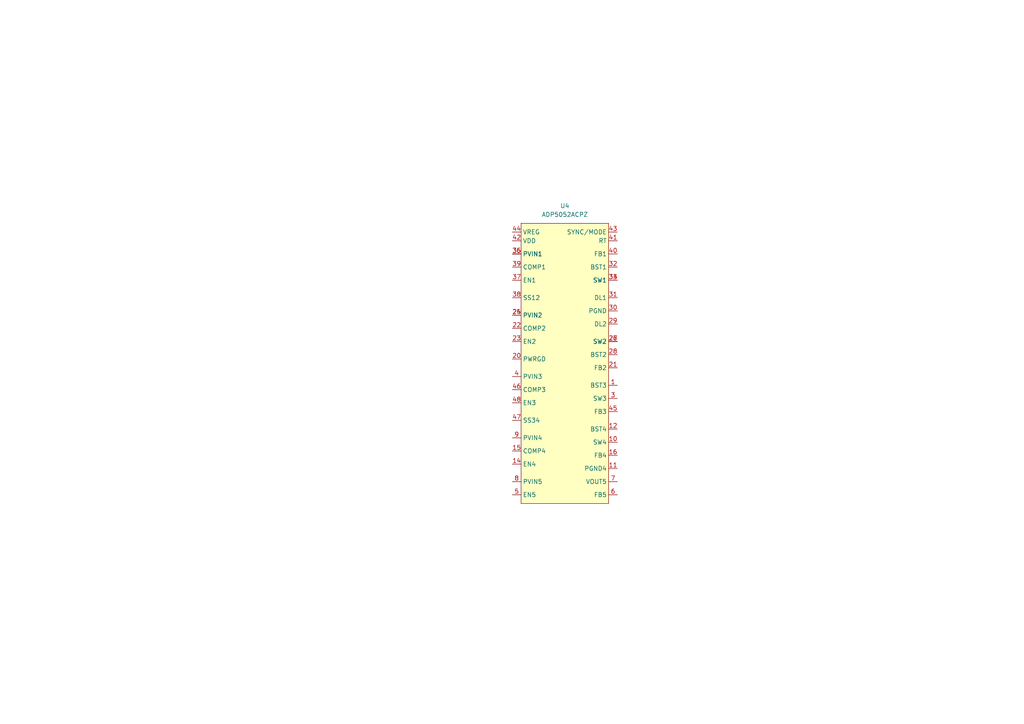
<source format=kicad_sch>
(kicad_sch (version 20231120) (generator "eeschema") (generator_version "8.0")
  (paper "A4")
  (lib_symbols
    (symbol "Device:C_Polarized_Small" (pin_numbers hide) (pin_names (offset 0.254) hide)
      (property "Reference" "C" (at 0.254 1.778 0))
      (property "Value" "C_Polarized_Small" (at 0.254 -2.032 0))
      (symbol "C_Polarized_Small_0_1"
        (rectangle (start -1.524 -0.3048) (end 1.524 -0.6858) (fill (type outline)))
        (rectangle (start -1.524 0.6858) (end 1.524 0.3048))
        (polyline (pts (xy -1.27 1.524) (xy -0.762 1.524)))
        (polyline (pts (xy -1.016 1.27) (xy -1.016 1.778)))
      )
      (symbol "C_Polarized_Small_1_1"
        (pin passive line (at 0 2.54 270) (length 1.8542) (name "~") (number "1"))
        (pin passive line (at 0 -2.54 90) (length 1.8542) (name "~") (number "2"))
      )
    )
    (symbol "Device:C_Small" (pin_numbers hide) (pin_names (offset 0.254) hide)
      (property "Reference" "C" (at 0.254 1.778 0))
      (property "Value" "C_Small" (at 0.254 -2.032 0))
      (symbol "C_Small_0_1"
        (polyline (pts (xy -1.524 -0.508) (xy 1.524 -0.508)) (stroke (width 0.3302)))
        (polyline (pts (xy -1.524 0.508) (xy 1.524 0.508)) (stroke (width 0.3048)))
      )
      (symbol "C_Small_1_1"
        (pin passive line (at 0 2.54 270) (length 2.032) (name "~") (number "1"))
        (pin passive line (at 0 -2.54 90) (length 2.032) (name "~") (number "2"))
      )
    )
    (symbol "Device:FerriteBead_Small" (pin_numbers hide) (pin_names (offset 0))
      (property "Reference" "FB" (at 1.905 1.27 0))
      (property "Value" "FerriteBead_Small" (at 1.905 -1.27 0))
      (symbol "FerriteBead_Small_0_1"
        (polyline (pts (xy 0 -1.27) (xy 0 -0.7874)))
        (polyline (pts (xy 0 0.889) (xy 0 1.2954)))
        (polyline (pts (xy -1.8288 0.2794) (xy -1.1176 1.4986) (xy 1.8288 -0.2032) (xy 1.1176 -1.4224) (xy -1.8288 0.2794)))
      )
      (symbol "FerriteBead_Small_1_1"
        (pin passive line (at 0 2.54 270) (length 1.27) (name "~") (number "1"))
        (pin passive line (at 0 -2.54 90) (length 1.27) (name "~") (number "2"))
      )
    )
    (symbol "Device:R_Small" (pin_numbers hide) (pin_names (offset 0.254) hide)
      (property "Reference" "R" (at 0.762 0.508 0))
      (property "Value" "R_Small" (at 0.762 -1.016 0))
      (symbol "R_Small_0_1"
        (rectangle (start -0.762 1.778) (end 0.762 -1.778) (stroke (width 0.2032)))
      )
      (symbol "R_Small_1_1"
        (pin passive line (at 0 2.54 270) (length 0.762) (name "~") (number "1"))
        (pin passive line (at 0 -2.54 90) (length 0.762) (name "~") (number "2"))
      )
    )
    (symbol "otter:ADP5052ACPZ"
      (property "Reference" "U" (at -11.684 41.656 0))
      (property "Value" "ADP5052ACPZ" (at 5.842 41.656 0))
      (symbol "ADP5052ACPZ_1_1"
        (rectangle (start -12.7 40.64) (end 12.7 -40.64) (fill (type background)))
        (pin bidirectional line (at 15.24 -6.35 180) (length 2.54) (name "BST3") (number "1"))
        (pin power_out line (at 15.24 -22.86 180) (length 2.54) (name "SW4") (number "10"))
        (pin power_in line (at 15.24 -30.48 180) (length 2.54) (name "PGND4") (number "11"))
        (pin bidirectional line (at 15.24 -19.05 180) (length 2.54) (name "BST4") (number "12"))
        (pin power_in line (at 15.24 -30.48 180) (length 2.54) hide (name "PAD") (number "13"))
        (pin input line (at -15.24 -29.21 0) (length 2.54) (name "EN4") (number "14"))
        (pin bidirectional line (at -15.24 -25.4 0) (length 2.54) (name "COMP4") (number "15"))
        (pin input line (at 15.24 -26.67 180) (length 2.54) (name "FB4") (number "16"))
        (pin power_in line (at 15.24 -30.48 180) (length 2.54) hide (name "GND") (number "17"))
        (pin power_in line (at 15.24 -30.48 180) (length 2.54) hide (name "GND") (number "18"))
        (pin power_in line (at 15.24 -30.48 180) (length 2.54) hide (name "GND") (number "19"))
        (pin power_in line (at 15.24 -30.48 180) (length 2.54) hide (name "PGND3") (number "2"))
        (pin power_out line (at -15.24 1.27 0) (length 2.54) (name "PWRGD") (number "20"))
        (pin input line (at 15.24 -1.27 180) (length 2.54) (name "FB2") (number "21"))
        (pin bidirectional line (at -15.24 10.16 0) (length 2.54) (name "COMP2") (number "22"))
        (pin input line (at -15.24 6.35 0) (length 2.54) (name "EN2") (number "23"))
        (pin power_in line (at -15.24 13.97 0) (length 2.54) (name "PVIN2") (number "24"))
        (pin power_in line (at -15.24 13.97 0) (length 2.54) (name "PVIN2") (number "25"))
        (pin power_out line (at 15.24 6.35 180) (length 2.54) (name "SW2") (number "26"))
        (pin power_out line (at 15.24 6.35 180) (length 2.54) (name "SW2") (number "27"))
        (pin bidirectional line (at 15.24 2.54 180) (length 2.54) (name "BST2") (number "28"))
        (pin output line (at 15.24 11.43 180) (length 2.54) (name "DL2") (number "29"))
        (pin power_out line (at 15.24 -10.16 180) (length 2.54) (name "SW3") (number "3"))
        (pin power_in line (at 15.24 15.24 180) (length 2.54) (name "PGND") (number "30"))
        (pin output line (at 15.24 19.05 180) (length 2.54) (name "DL1") (number "31"))
        (pin bidirectional line (at 15.24 27.94 180) (length 2.54) (name "BST1") (number "32"))
        (pin power_out line (at 15.24 24.13 180) (length 2.54) (name "SW1") (number "33"))
        (pin power_out line (at 15.24 24.13 180) (length 2.54) (name "SW1") (number "34"))
        (pin input line (at -15.24 31.75 0) (length 2.54) (name "PVIN1") (number "35"))
        (pin power_in line (at -15.24 31.75 0) (length 2.54) (name "PVIN1") (number "36"))
        (pin input line (at -15.24 24.13 0) (length 2.54) (name "EN1") (number "37"))
        (pin power_out line (at -15.24 19.05 0) (length 2.54) (name "SS12") (number "38"))
        (pin bidirectional line (at -15.24 27.94 0) (length 2.54) (name "COMP1") (number "39"))
        (pin power_in line (at -15.24 -3.81 0) (length 2.54) (name "PVIN3") (number "4"))
        (pin input line (at 15.24 31.75 180) (length 2.54) (name "FB1") (number "40"))
        (pin passive line (at 15.24 35.56 180) (length 2.54) (name "RT") (number "41"))
        (pin power_out line (at -15.24 35.56 0) (length 2.54) (name "VDD") (number "42"))
        (pin bidirectional line (at 15.24 38.1 180) (length 2.54) (name "SYNC/MODE") (number "43"))
        (pin power_out line (at -15.24 38.1 0) (length 2.54) (name "VREG") (number "44"))
        (pin input line (at 15.24 -13.97 180) (length 2.54) (name "FB3") (number "45"))
        (pin bidirectional line (at -15.24 -7.62 0) (length 2.54) (name "COMP3") (number "46"))
        (pin power_out line (at -15.24 -16.51 0) (length 2.54) (name "SS34") (number "47"))
        (pin input line (at -15.24 -11.43 0) (length 2.54) (name "EN3") (number "48"))
        (pin power_in line (at 15.24 -30.48 180) (length 2.54) hide (name "PAD") (number "49"))
        (pin input line (at -15.24 -38.1 0) (length 2.54) (name "EN5") (number "5"))
        (pin input line (at 15.24 -38.1 180) (length 2.54) (name "FB5") (number "6"))
        (pin power_out line (at 15.24 -34.29 180) (length 2.54) (name "VOUT5") (number "7"))
        (pin power_in line (at -15.24 -34.29 0) (length 2.54) (name "PVIN5") (number "8"))
        (pin power_in line (at -15.24 -21.59 0) (length 2.54) (name "PVIN4") (number "9"))
      )
    )
    (symbol "power:+1V0" (power) (pin_numbers hide) (pin_names (offset 0) hide)
      (property "Value" "+1V0" (at 0 3.556 0))
      (symbol "+1V0_0_1"
        (polyline (pts (xy -0.762 1.27) (xy 0 2.54)))
        (polyline (pts (xy 0 0) (xy 0 2.54)))
        (polyline (pts (xy 0 2.54) (xy 0.762 1.27)))
      )
      (symbol "+1V0_1_1"
        (pin power_in line (at 0 0 90) (length 0) (name "~") (number "1"))
      )
    )
    (symbol "power:+1V2" (power) (pin_numbers hide) (pin_names (offset 0) hide)
      (property "Value" "+1V2" (at 0 3.556 0))
      (symbol "+1V2_0_1"
        (polyline (pts (xy -0.762 1.27) (xy 0 2.54)))
        (polyline (pts (xy 0 0) (xy 0 2.54)))
        (polyline (pts (xy 0 2.54) (xy 0.762 1.27)))
      )
      (symbol "+1V2_1_1"
        (pin power_in line (at 0 0 90) (length 0) (name "~") (number "1"))
      )
    )
    (symbol "power:+1V35" (power) (pin_numbers hide) (pin_names (offset 0) hide)
      (property "Value" "+1V35" (at 0 3.556 0))
      (symbol "+1V35_0_1"
        (polyline (pts (xy -0.762 1.27) (xy 0 2.54)))
        (polyline (pts (xy 0 0) (xy 0 2.54)))
        (polyline (pts (xy 0 2.54) (xy 0.762 1.27)))
      )
      (symbol "+1V35_1_1"
        (pin power_in line (at 0 0 90) (length 0) (name "~") (number "1"))
      )
    )
    (symbol "power:+1V8" (power) (pin_numbers hide) (pin_names (offset 0) hide)
      (property "Value" "+1V8" (at 0 3.556 0))
      (symbol "+1V8_0_1"
        (polyline (pts (xy -0.762 1.27) (xy 0 2.54)))
        (polyline (pts (xy 0 0) (xy 0 2.54)))
        (polyline (pts (xy 0 2.54) (xy 0.762 1.27)))
      )
      (symbol "+1V8_1_1"
        (pin power_in line (at 0 0 90) (length 0) (name "~") (number "1"))
      )
    )
    (symbol "power:+3V3" (power) (pin_numbers hide) (pin_names (offset 0) hide)
      (property "Value" "+3V3" (at 0 3.556 0))
      (symbol "+3V3_0_1"
        (polyline (pts (xy -0.762 1.27) (xy 0 2.54)))
        (polyline (pts (xy 0 0) (xy 0 2.54)))
        (polyline (pts (xy 0 2.54) (xy 0.762 1.27)))
      )
      (symbol "+3V3_1_1"
        (pin power_in line (at 0 0 90) (length 0) (name "~") (number "1"))
      )
    )
    (symbol "power:+5V" (power) (pin_numbers hide) (pin_names (offset 0) hide)
      (property "Value" "+5V" (at 0 3.556 0))
      (symbol "+5V_0_1"
        (polyline (pts (xy -0.762 1.27) (xy 0 2.54)))
        (polyline (pts (xy 0 0) (xy 0 2.54)))
        (polyline (pts (xy 0 2.54) (xy 0.762 1.27)))
      )
      (symbol "+5V_1_1"
        (pin power_in line (at 0 0 90) (length 0) (name "~") (number "1"))
      )
    )
    (symbol "power:VBUS" (power) (pin_numbers hide) (pin_names (offset 0) hide)
      (property "Value" "VBUS" (at 0 3.556 0))
      (symbol "VBUS_0_1"
        (polyline (pts (xy -0.762 1.27) (xy 0 2.54)))
        (polyline (pts (xy 0 0) (xy 0 2.54)))
        (polyline (pts (xy 0 2.54) (xy 0.762 1.27)))
      )
      (symbol "VBUS_1_1"
        (pin power_in line (at 0 0 90) (length 0) (name "~") (number "1"))
      )
    )
  )
  (symbol (lib_id "Device:R_Small") (at 46.99 -10.16 0) (unit 1)
    (property "Reference" "R55" (at 49.53 -11.4301 0) (effects (justify left)))
    (property "Value" "49R9" (at 49.53 -8.8901 0) (effects (justify left)))
    (property "Footprint" "otter:R_0402" (effects (hide yes)))
    (property "Description" "Resistor, small symbol" (effects (hide yes)))
  )
  (symbol (lib_id "power:+1V8") (at 22.86 -22.86 90) (unit 1)
    (property "Reference" "#PWR0144" (effects (hide yes)))
    (property "Value" "+1V8" (at 19.05 -22.8601 90) (effects (justify left)))
    (property "Description" "Power symbol creates a global label with name \"+1V8\"" (effects (hide yes)))
  )
  (symbol (lib_id "power:+3V3") (at 22.86 -15.24 90) (unit 1)
    (property "Reference" "#PWR0146" (effects (hide yes)))
    (property "Value" "+3V3" (at 19.05 -15.2401 90) (effects (justify left)))
    (property "Description" "Power symbol creates a global label with name \"+3V3\"" (effects (hide yes)))
  )
  (symbol (lib_id "power:+5V") (at 22.86 -7.62 90) (unit 1)
    (property "Reference" "#PWR0148" (effects (hide yes)))
    (property "Value" "+5V" (at 19.05 -7.6201 90) (effects (justify left)))
    (property "Description" "Power symbol creates a global label with name \"+5V\"" (effects (hide yes)))
  )
  (symbol (lib_id "Device:R_Small") (at 67.31 -10.16 0) (unit 1)
    (property "Reference" "R57" (at 69.9106 -11.4301 0) (effects (justify left)))
    (property "Value" "20k" (at 69.9106 -8.8901 0) (effects (justify left)))
    (property "Footprint" "otter:R_0402" (effects (hide yes)))
    (property "Description" "Resistor, small symbol" (effects (hide yes)))
  )
  (symbol (lib_id "power:VBUS") (at 22.86 -11.43 90) (unit 1)
    (property "Reference" "#PWR0147" (effects (hide yes)))
    (property "Value" "VBUS" (at 19.05 -11.4301 90) (effects (justify left)))
    (property "Description" "Power symbol creates a global label with name \"VBUS\"" (effects (hide yes)))
  )
  (symbol (lib_id "Device:C_Small") (at 38.1 -17.78 0) (unit 1)
    (property "Reference" "C81" (at 40.64 -19.0438 0) (effects (justify left)))
    (property "Value" "4u7" (at 40.64 -16.5038 0) (effects (justify left)))
    (property "Footprint" "otter:C_0603" (effects (hide yes)))
    (property "Description" "Unpolarized capacitor, small symbol" (effects (hide yes)))
  )
  (symbol (lib_id "Device:R_Small") (at 29.21 -10.16 0) (unit 1)
    (property "Reference" "R53" (at 31.75 -11.4301 0) (effects (justify left)))
    (property "Value" "0" (at 31.75 -8.8901 0) (effects (justify left)))
    (property "Footprint" "otter:R_0402" (effects (hide yes)))
    (property "Description" "Resistor, small symbol" (effects (hide yes)))
  )
  (symbol (lib_id "Device:C_Small") (at 67.31 -17.78 0) (unit 1)
    (property "Reference" "C85" (at 69.85 -19.0438 0) (effects (justify left)))
    (property "Value" "18p" (at 69.85 -16.5038 0) (effects (justify left)))
    (property "Footprint" "otter:C_0402" (effects (hide yes)))
    (property "Description" "Unpolarized capacitor, small symbol" (effects (hide yes)))
  )
  (symbol (lib_id "Device:R_Small") (at 58.42 -10.16 0) (unit 1)
    (property "Reference" "R56" (at 60.96 -11.4301 0) (effects (justify left)))
    (property "Value" "5k1" (at 60.96 -8.8901 0) (effects (justify left)))
    (property "Footprint" "otter:R_0402" (effects (hide yes)))
    (property "Description" "Resistor, small symbol" (effects (hide yes)))
  )
  (symbol (lib_id "Device:C_Small") (at 29.21 -17.78 0) (unit 1)
    (property "Reference" "C80" (at 31.75 -19.0438 0) (effects (justify left)))
    (property "Value" "47u" (at 31.75 -16.5038 0) (effects (justify left)))
    (property "Footprint" "otter:C_0805" (effects (hide yes)))
    (property "Description" "Unpolarized capacitor, small symbol" (effects (hide yes)))
  )
  (symbol (lib_id "power:+1V2") (at 22.86 -30.48 90) (unit 1)
    (property "Reference" "#PWR0142" (effects (hide yes)))
    (property "Value" "+1V2" (at 19.05 -30.4801 90) (effects (justify left)))
    (property "Description" "Power symbol creates a global label with name \"+1V2\"" (effects (hide yes)))
  )
  (symbol (lib_id "Device:C_Polarized_Small") (at 46.99 -26.67 0) (unit 1)
    (property "Reference" "C82" (at 49.53 -28.4862 0) (effects (justify left)))
    (property "Value" "330u" (at 49.53 -25.9462 0) (effects (justify left)))
    (property "Footprint" "Capacitor_Tantalum_SMD:CP_EIA-7343-15_Kemet-W" (effects (hide yes)))
    (property "Description" "Polarized capacitor, small symbol" (effects (hide yes)))
  )
  (symbol (lib_id "power:+1V0") (at 22.86 -34.29 90) (unit 1)
    (property "Reference" "#PWR0141" (effects (hide yes)))
    (property "Value" "+1V0" (at 19.05 -34.2901 90) (effects (justify left)))
    (property "Description" "Power symbol creates a global label with name \"+1V0\"" (effects (hide yes)))
  )
  (symbol (lib_id "Device:R_Small") (at 38.1 -10.16 0) (unit 1)
    (property "Reference" "R54" (at 40.64 -11.4301 0) (effects (justify left)))
    (property "Value" "10" (at 40.64 -8.8901 0) (effects (justify left)))
    (property "Footprint" "otter:R_0402" (effects (hide yes)))
    (property "Description" "Resistor, small symbol" (effects (hide yes)))
  )
  (symbol (lib_id "power:+1V8") (at 22.86 -19.05 90) (unit 1)
    (property "Reference" "#PWR0145" (effects (hide yes)))
    (property "Value" "+1VA8" (at 19.05 -19.0501 90) (effects (justify left)))
    (property "Description" "Power symbol creates a global label with name \"+1V8\"" (effects (hide yes)))
  )
  (symbol (lib_id "otter:ADP5052ACPZ") (at 163.83 105.41 0) (unit 1)
    (property "Reference" "U4" (at 163.83 59.69 0))
    (property "Value" "ADP5052ACPZ" (at 163.83 62.23 0))
    (property "Footprint" "otter:ADP5052" (effects (hide yes)))
  )
  (symbol (lib_id "Device:C_Small") (at 46.99 -17.78 0) (unit 1)
    (property "Reference" "C83" (at 49.53 -19.0438 0) (effects (justify left)))
    (property "Value" "470n" (at 49.53 -16.5038 0) (effects (justify left)))
    (property "Footprint" "otter:C_0402" (effects (hide yes)))
    (property "Description" "Unpolarized capacitor, small symbol" (effects (hide yes)))
  )
  (symbol (lib_id "Device:C_Small") (at 58.42 -17.78 0) (unit 1)
    (property "Reference" "C84" (at 60.96 -19.0438 0) (effects (justify left)))
    (property "Value" "1n" (at 60.96 -16.5038 0) (effects (justify left)))
    (property "Footprint" "otter:C_0603" (effects (hide yes)))
    (property "Description" "Unpolarized capacitor, small symbol" (effects (hide yes)))
  )
  (symbol (lib_id "power:+1V35") (at 22.86 -26.67 90) (unit 1)
    (property "Reference" "#PWR0143" (effects (hide yes)))
    (property "Value" "+1V35" (at 19.05 -26.6701 90) (effects (justify left)))
    (property "Description" "Power symbol creates a global label with name \"+1V35\"" (effects (hide yes)))
  )
  (symbol (lib_id "Device:R_Small") (at 76.2 -10.16 0) (unit 1)
    (property "Reference" "R58" (at 78.74 -11.4301 0) (effects (justify left)))
    (property "Value" "1M" (at 78.74 -8.8901 0) (effects (justify left)))
    (property "Footprint" "otter:R_0603" (effects (hide yes)))
    (property "Description" "Resistor, small symbol" (effects (hide yes)))
  )
  (symbol (lib_id "Device:FerriteBead_Small") (at 33.02 -25.4 90) (unit 1)
    (property "Reference" "FB9" (at 32.9819 -31.75 90))
    (property "Value" "Ferret 120R" (at 32.9819 -29.21 90))
    (property "Description" "Ferrite bead, small symbol" (effects (hide yes)))
  )
)
</source>
